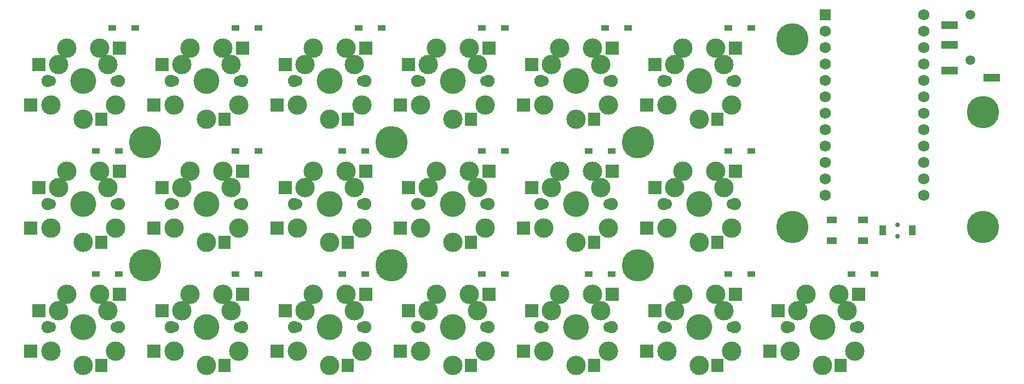
<source format=gbr>
G04 #@! TF.GenerationSoftware,KiCad,Pcbnew,(5.1.7)-1*
G04 #@! TF.CreationDate,2020-12-07T09:59:57+09:00*
G04 #@! TF.ProjectId,pisces,70697363-6573-42e6-9b69-6361645f7063,rev?*
G04 #@! TF.SameCoordinates,Original*
G04 #@! TF.FileFunction,Soldermask,Bot*
G04 #@! TF.FilePolarity,Negative*
%FSLAX46Y46*%
G04 Gerber Fmt 4.6, Leading zero omitted, Abs format (unit mm)*
G04 Created by KiCad (PCBNEW (5.1.7)-1) date 2020-12-07 09:59:57*
%MOMM*%
%LPD*%
G01*
G04 APERTURE LIST*
%ADD10C,1.500000*%
%ADD11R,2.500000X1.200000*%
%ADD12R,1.500000X1.000000*%
%ADD13C,0.750000*%
%ADD14R,1.100000X1.600000*%
%ADD15C,5.000000*%
%ADD16R,1.300000X0.950000*%
%ADD17R,2.000000X2.000000*%
%ADD18C,3.000000*%
%ADD19C,1.700000*%
%ADD20C,1.900000*%
%ADD21C,4.000000*%
%ADD22R,1.900000X2.000000*%
%ADD23R,1.752600X1.752600*%
%ADD24C,1.752600*%
G04 APERTURE END LIST*
D10*
X187198000Y-46802000D03*
X187198000Y-39802000D03*
D11*
X183948000Y-44392000D03*
X183948000Y-41392000D03*
X190448000Y-49492000D03*
X183948000Y-48392000D03*
D12*
X165698000Y-74752000D03*
X170598000Y-74752000D03*
X165698000Y-71552000D03*
X170598000Y-71552000D03*
D13*
X175895000Y-72316000D03*
X175895000Y-74016000D03*
D14*
X173645000Y-73116000D03*
X178145000Y-73116000D03*
D15*
X189103000Y-72644000D03*
X159639000Y-72644000D03*
X159639000Y-43561000D03*
X189103000Y-54864000D03*
X135725000Y-78575000D03*
X135725000Y-59525000D03*
X97625000Y-78575000D03*
X97625000Y-59525000D03*
X59525000Y-78575000D03*
X59525000Y-59525000D03*
D16*
X58036000Y-41783000D03*
X54486000Y-41783000D03*
X55536000Y-60833000D03*
X51986000Y-60833000D03*
X51986000Y-79883000D03*
X55536000Y-79883000D03*
X73536000Y-41783000D03*
X77086000Y-41783000D03*
X77086000Y-60833000D03*
X73536000Y-60833000D03*
X73536000Y-79883000D03*
X77086000Y-79883000D03*
X96135999Y-41783000D03*
X92585999Y-41783000D03*
X93635999Y-60833000D03*
X90085999Y-60833000D03*
X90085999Y-79883000D03*
X93635999Y-79883000D03*
X111636000Y-41783000D03*
X115186000Y-41783000D03*
X115186000Y-60833000D03*
X111636000Y-60833000D03*
X115186000Y-79883000D03*
X111636000Y-79883000D03*
X130686000Y-41783000D03*
X134236000Y-41783000D03*
X131736000Y-60833000D03*
X128186000Y-60833000D03*
X128186000Y-79883000D03*
X131736000Y-79883000D03*
X149736000Y-41783000D03*
X153286000Y-41783000D03*
X153286000Y-60833000D03*
X149736000Y-60833000D03*
X149736000Y-79883000D03*
X153286000Y-79883000D03*
X168786000Y-79883000D03*
X172336000Y-79883000D03*
D17*
X55600000Y-44920000D03*
D18*
X46190000Y-47460000D03*
D19*
X44920000Y-50000000D03*
X55080000Y-50000000D03*
D20*
X55500000Y-50000000D03*
X44500000Y-50000000D03*
D21*
X50000000Y-50000000D03*
D18*
X52540000Y-44920000D03*
D17*
X43100000Y-47460000D03*
D18*
X50000000Y-55900000D03*
X45000000Y-53700000D03*
D22*
X52800000Y-55900000D03*
D17*
X41900000Y-53700000D03*
D18*
X55000000Y-53700000D03*
X47460000Y-44920000D03*
X53810000Y-47460000D03*
X53810000Y-66510000D03*
X47460000Y-63970000D03*
X55000000Y-72750000D03*
D17*
X41900000Y-72750000D03*
D22*
X52800000Y-74950000D03*
D18*
X45000000Y-72750000D03*
X50000000Y-74950000D03*
D17*
X43100000Y-66510000D03*
D18*
X52540000Y-63970000D03*
D21*
X50000000Y-69050000D03*
D20*
X44500000Y-69050000D03*
X55500000Y-69050000D03*
D19*
X55080000Y-69050000D03*
X44920000Y-69050000D03*
D18*
X46190000Y-66510000D03*
D17*
X55600000Y-63970000D03*
X55600000Y-83020000D03*
D18*
X46190000Y-85560000D03*
D19*
X44920000Y-88100000D03*
X55080000Y-88100000D03*
D20*
X55500000Y-88100000D03*
X44500000Y-88100000D03*
D21*
X50000000Y-88100000D03*
D18*
X52540000Y-83020000D03*
D17*
X43100000Y-85560000D03*
D18*
X50000000Y-94000000D03*
X45000000Y-91800000D03*
D22*
X52800000Y-94000000D03*
D17*
X41900000Y-91800000D03*
D18*
X55000000Y-91800000D03*
X47460000Y-83020000D03*
X53810000Y-85560000D03*
X72860000Y-47460000D03*
X66510000Y-44920000D03*
X74050000Y-53700000D03*
D17*
X60950000Y-53700000D03*
D22*
X71850000Y-55900000D03*
D18*
X64050000Y-53700000D03*
X69050000Y-55900000D03*
D17*
X62150000Y-47460000D03*
D18*
X71590000Y-44920000D03*
D21*
X69050000Y-50000000D03*
D20*
X63550000Y-50000000D03*
X74550000Y-50000000D03*
D19*
X74130000Y-50000000D03*
X63970000Y-50000000D03*
D18*
X65240000Y-47460000D03*
D17*
X74650000Y-44920000D03*
X74650000Y-63970000D03*
D18*
X65240000Y-66510000D03*
D19*
X63970000Y-69050000D03*
X74130000Y-69050000D03*
D20*
X74550000Y-69050000D03*
X63550000Y-69050000D03*
D21*
X69050000Y-69050000D03*
D18*
X71590000Y-63970000D03*
D17*
X62150000Y-66510000D03*
D18*
X69050000Y-74950000D03*
X64050000Y-72750000D03*
D22*
X71850000Y-74950000D03*
D17*
X60950000Y-72750000D03*
D18*
X74050000Y-72750000D03*
X66510000Y-63970000D03*
X72860000Y-66510000D03*
X72860000Y-85560000D03*
X66510000Y-83020000D03*
X74050000Y-91800000D03*
D17*
X60950000Y-91800000D03*
D22*
X71850000Y-94000000D03*
D18*
X64050000Y-91800000D03*
X69050000Y-94000000D03*
D17*
X62150000Y-85560000D03*
D18*
X71590000Y-83020000D03*
D21*
X69050000Y-88100000D03*
D20*
X63550000Y-88100000D03*
X74550000Y-88100000D03*
D19*
X74130000Y-88100000D03*
X63970000Y-88100000D03*
D18*
X65240000Y-85560000D03*
D17*
X74650000Y-83020000D03*
X93700000Y-44920000D03*
D18*
X84290000Y-47460000D03*
D19*
X83020000Y-50000000D03*
X93180000Y-50000000D03*
D20*
X93600000Y-50000000D03*
X82600000Y-50000000D03*
D21*
X88100000Y-50000000D03*
D18*
X90640000Y-44920000D03*
D17*
X81200000Y-47460000D03*
D18*
X88100000Y-55900000D03*
X83100000Y-53700000D03*
D22*
X90900000Y-55900000D03*
D17*
X80000000Y-53700000D03*
D18*
X93100000Y-53700000D03*
X85560000Y-44920000D03*
X91910000Y-47460000D03*
X91910000Y-66510000D03*
X85560000Y-63970000D03*
X93100000Y-72750000D03*
D17*
X80000000Y-72750000D03*
D22*
X90900000Y-74950000D03*
D18*
X83100000Y-72750000D03*
X88100000Y-74950000D03*
D17*
X81200000Y-66510000D03*
D18*
X90640000Y-63970000D03*
D21*
X88100000Y-69050000D03*
D20*
X82600000Y-69050000D03*
X93600000Y-69050000D03*
D19*
X93180000Y-69050000D03*
X83020000Y-69050000D03*
D18*
X84290000Y-66510000D03*
D17*
X93700000Y-63970000D03*
X93700000Y-83020000D03*
D18*
X84290000Y-85560000D03*
D19*
X83020000Y-88100000D03*
X93180000Y-88100000D03*
D20*
X93600000Y-88100000D03*
X82600000Y-88100000D03*
D21*
X88100000Y-88100000D03*
D18*
X90640000Y-83020000D03*
D17*
X81200000Y-85560000D03*
D18*
X88100000Y-94000000D03*
X83100000Y-91800000D03*
D22*
X90900000Y-94000000D03*
D17*
X80000000Y-91800000D03*
D18*
X93100000Y-91800000D03*
X85560000Y-83020000D03*
X91910000Y-85560000D03*
X110960000Y-47460000D03*
X104610000Y-44920000D03*
X112150000Y-53700000D03*
D17*
X99050000Y-53700000D03*
D22*
X109950000Y-55900000D03*
D18*
X102150000Y-53700000D03*
X107150000Y-55900000D03*
D17*
X100250000Y-47460000D03*
D18*
X109690000Y-44920000D03*
D21*
X107150000Y-50000000D03*
D20*
X101650000Y-50000000D03*
X112650000Y-50000000D03*
D19*
X112230000Y-50000000D03*
X102070000Y-50000000D03*
D18*
X103340000Y-47460000D03*
D17*
X112750000Y-44920000D03*
D18*
X110960000Y-66510000D03*
X104610000Y-63970000D03*
X112150000Y-72750000D03*
D17*
X99050000Y-72750000D03*
D22*
X109950000Y-74950000D03*
D18*
X102150000Y-72750000D03*
X107150000Y-74950000D03*
D17*
X100250000Y-66510000D03*
D18*
X109690000Y-63970000D03*
D21*
X107150000Y-69050000D03*
D20*
X101650000Y-69050000D03*
X112650000Y-69050000D03*
D19*
X112230000Y-69050000D03*
X102070000Y-69050000D03*
D18*
X103340000Y-66510000D03*
D17*
X112750000Y-63970000D03*
X112750000Y-83020000D03*
D18*
X103340000Y-85560000D03*
D19*
X102070000Y-88100000D03*
X112230000Y-88100000D03*
D20*
X112650000Y-88100000D03*
X101650000Y-88100000D03*
D21*
X107150000Y-88100000D03*
D18*
X109690000Y-83020000D03*
D17*
X100250000Y-85560000D03*
D18*
X107150000Y-94000000D03*
X102150000Y-91800000D03*
D22*
X109950000Y-94000000D03*
D17*
X99050000Y-91800000D03*
D18*
X112150000Y-91800000D03*
X104610000Y-83020000D03*
X110960000Y-85560000D03*
X130010000Y-47460000D03*
X123660000Y-44920000D03*
X131200000Y-53700000D03*
D17*
X118100000Y-53700000D03*
D22*
X129000000Y-55900000D03*
D18*
X121200000Y-53700000D03*
X126200000Y-55900000D03*
D17*
X119300000Y-47460000D03*
D18*
X128740000Y-44920000D03*
D21*
X126200000Y-50000000D03*
D20*
X120700000Y-50000000D03*
X131700000Y-50000000D03*
D19*
X131280000Y-50000000D03*
X121120000Y-50000000D03*
D18*
X122390000Y-47460000D03*
D17*
X131800000Y-44920000D03*
D18*
X130010000Y-66510000D03*
X123660000Y-63970000D03*
X131200000Y-72750000D03*
D17*
X118100000Y-72750000D03*
D22*
X129000000Y-74950000D03*
D18*
X121200000Y-72750000D03*
X126200000Y-74950000D03*
D17*
X119300000Y-66510000D03*
D18*
X128740000Y-63970000D03*
D21*
X126200000Y-69050000D03*
D20*
X120700000Y-69050000D03*
X131700000Y-69050000D03*
D19*
X131280000Y-69050000D03*
X121120000Y-69050000D03*
D18*
X122390000Y-66510000D03*
D17*
X131800000Y-63970000D03*
D18*
X130010000Y-85560000D03*
X123660000Y-83020000D03*
X131200000Y-91800000D03*
D17*
X118100000Y-91800000D03*
D22*
X129000000Y-94000000D03*
D18*
X121200000Y-91800000D03*
X126200000Y-94000000D03*
D17*
X119300000Y-85560000D03*
D18*
X128740000Y-83020000D03*
D21*
X126200000Y-88100000D03*
D20*
X120700000Y-88100000D03*
X131700000Y-88100000D03*
D19*
X131280000Y-88100000D03*
X121120000Y-88100000D03*
D18*
X122390000Y-85560000D03*
D17*
X131800000Y-83020000D03*
X150850000Y-44920000D03*
D18*
X141440000Y-47460000D03*
D19*
X140170000Y-50000000D03*
X150330000Y-50000000D03*
D20*
X150750000Y-50000000D03*
X139750000Y-50000000D03*
D21*
X145250000Y-50000000D03*
D18*
X147790000Y-44920000D03*
D17*
X138350000Y-47460000D03*
D18*
X145250000Y-55900000D03*
X140250000Y-53700000D03*
D22*
X148050000Y-55900000D03*
D17*
X137150000Y-53700000D03*
D18*
X150250000Y-53700000D03*
X142710000Y-44920000D03*
X149060000Y-47460000D03*
D17*
X150850000Y-63970000D03*
D18*
X141440000Y-66510000D03*
D19*
X140170000Y-69050000D03*
X150330000Y-69050000D03*
D20*
X150750000Y-69050000D03*
X139750000Y-69050000D03*
D21*
X145250000Y-69050000D03*
D18*
X147790000Y-63970000D03*
D17*
X138350000Y-66510000D03*
D18*
X145250000Y-74950000D03*
X140250000Y-72750000D03*
D22*
X148050000Y-74950000D03*
D17*
X137150000Y-72750000D03*
D18*
X150250000Y-72750000D03*
X142710000Y-63970000D03*
X149060000Y-66510000D03*
D17*
X150850000Y-83020000D03*
D18*
X141440000Y-85560000D03*
D19*
X140170000Y-88100000D03*
X150330000Y-88100000D03*
D20*
X150750000Y-88100000D03*
X139750000Y-88100000D03*
D21*
X145250000Y-88100000D03*
D18*
X147790000Y-83020000D03*
D17*
X138350000Y-85560000D03*
D18*
X145250000Y-94000000D03*
X140250000Y-91800000D03*
D22*
X148050000Y-94000000D03*
D17*
X137150000Y-91800000D03*
D18*
X150250000Y-91800000D03*
X142710000Y-83020000D03*
X149060000Y-85560000D03*
D17*
X169900000Y-83020000D03*
D18*
X160490000Y-85560000D03*
D19*
X159220000Y-88100000D03*
X169380000Y-88100000D03*
D20*
X169800000Y-88100000D03*
X158800000Y-88100000D03*
D21*
X164300000Y-88100000D03*
D18*
X166840000Y-83020000D03*
D17*
X157400000Y-85560000D03*
D18*
X164300000Y-94000000D03*
X159300000Y-91800000D03*
D22*
X167100000Y-94000000D03*
D17*
X156200000Y-91800000D03*
D18*
X169300000Y-91800000D03*
X161760000Y-83020000D03*
X168110000Y-85560000D03*
D23*
X164719000Y-39751000D03*
D24*
X164719000Y-42291000D03*
X164719000Y-44831000D03*
X164719000Y-47371000D03*
X164719000Y-49911000D03*
X164719000Y-52451000D03*
X164719000Y-54991000D03*
X164719000Y-57531000D03*
X164719000Y-60071000D03*
X164719000Y-62611000D03*
X164719000Y-65151000D03*
X179959000Y-67691000D03*
X179959000Y-65151000D03*
X179959000Y-62611000D03*
X179959000Y-60071000D03*
X179959000Y-57531000D03*
X179959000Y-54991000D03*
X179959000Y-52451000D03*
X179959000Y-49911000D03*
X179959000Y-47371000D03*
X179959000Y-44831000D03*
X179959000Y-42291000D03*
X164719000Y-67691000D03*
X179959000Y-39751000D03*
M02*

</source>
